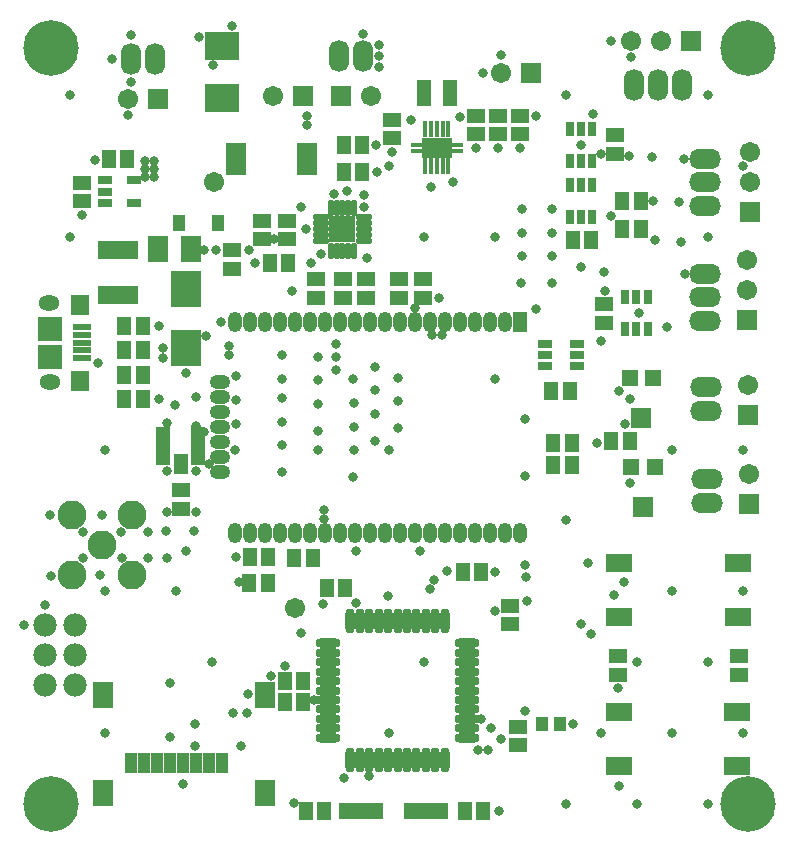
<source format=gts>
G04*
G04 #@! TF.GenerationSoftware,Altium Limited,Altium Designer,18.1.9 (240)*
G04*
G04 Layer_Color=8388736*
%FSLAX44Y44*%
%MOMM*%
G71*
G01*
G75*
%ADD16R,1.2032X1.5032*%
%ADD17C,1.7032*%
%ADD18R,1.2532X3.2032*%
%ADD19R,1.2532X1.7032*%
%ADD20R,1.7032X2.7032*%
%ADD21R,1.2032X2.2032*%
%ADD22R,1.0632X1.1684*%
%ADD23R,2.3032X1.6032*%
%ADD24R,1.4032X0.4532*%
%ADD25R,2.6032X1.6932*%
%ADD26R,0.4532X1.4032*%
%ADD27O,0.5532X1.4032*%
%ADD28O,1.4032X0.5532*%
%ADD29R,2.2532X2.2532*%
%ADD30R,0.8032X1.2532*%
%ADD31O,1.7272X1.2192*%
%ADD32O,1.2192X1.7272*%
%ADD33R,1.2192X1.7272*%
%ADD34R,3.7032X1.4032*%
%ADD35O,2.1032X0.8032*%
%ADD36O,0.8032X2.1032*%
%ADD37R,1.1132X1.4232*%
%ADD38R,2.9462X2.3622*%
%ADD39R,1.0032X1.7032*%
%ADD40R,1.6532X2.2032*%
%ADD41R,1.8032X2.2032*%
%ADD42R,3.5032X1.6032*%
%ADD43R,2.1032X2.1032*%
%ADD44R,1.6032X1.8032*%
%ADD45R,1.5532X0.6032*%
%ADD46R,1.8032X1.7032*%
%ADD47R,1.4032X1.4032*%
%ADD48R,1.6032X1.3032*%
%ADD49R,2.6532X3.0532*%
%ADD50R,1.1532X0.7532*%
%ADD51R,1.2532X0.8032*%
%ADD52R,1.5032X1.2032*%
%ADD53R,1.3032X1.6032*%
%ADD54C,4.7032*%
%ADD55C,1.9812*%
%ADD56O,1.7032X2.7032*%
%ADD57C,2.4652*%
%ADD58O,1.8032X1.3032*%
%ADD59O,2.7032X1.7032*%
%ADD60R,1.7032X1.7032*%
%ADD61R,1.7032X1.7032*%
%ADD62C,0.8132*%
%ADD63C,0.8032*%
D16*
X504000Y337000D02*
D03*
X520000D02*
D03*
X91892Y372500D02*
D03*
X107892D02*
D03*
X471232Y316920D02*
D03*
X455232D02*
D03*
X455232Y335920D02*
D03*
X471232D02*
D03*
X529500Y540592D02*
D03*
X513500D02*
D03*
X513500Y516683D02*
D03*
X529500D02*
D03*
X453460Y380000D02*
D03*
X469460D02*
D03*
X214000Y217000D02*
D03*
X198000D02*
D03*
X236000Y238000D02*
D03*
X252000D02*
D03*
X91892Y434500D02*
D03*
X107892D02*
D03*
X107892Y393500D02*
D03*
X91892D02*
D03*
X108079Y414050D02*
D03*
X92079D02*
D03*
D17*
X237000Y196000D02*
D03*
X168000Y556545D02*
D03*
X546400Y676000D02*
D03*
X521000D02*
D03*
X620000Y384400D02*
D03*
X301298Y629000D02*
D03*
X411000Y649000D02*
D03*
X218028Y629000D02*
D03*
X95000Y627000D02*
D03*
X621390Y309400D02*
D03*
X619000Y465500D02*
D03*
Y490900D02*
D03*
X621500Y556372D02*
D03*
Y581772D02*
D03*
D18*
X154802Y333000D02*
D03*
X125302D02*
D03*
D19*
X140052Y317750D02*
D03*
D20*
X186838Y575683D02*
D03*
X246838D02*
D03*
D21*
X367568Y631546D02*
D03*
X345568Y631545D02*
D03*
D22*
X446000Y97500D02*
D03*
X461000D02*
D03*
D23*
X611220Y108220D02*
D03*
Y62500D02*
D03*
X510890D02*
D03*
Y108220D02*
D03*
X611390Y234330D02*
D03*
Y188610D02*
D03*
X511060D02*
D03*
Y234330D02*
D03*
D24*
X341328Y587925D02*
D03*
Y582925D02*
D03*
X371808Y587925D02*
D03*
Y582925D02*
D03*
D25*
X356568Y585545D02*
D03*
D26*
X346568Y570045D02*
D03*
X351568D02*
D03*
X356568D02*
D03*
X361568D02*
D03*
X366568D02*
D03*
X346568Y601045D02*
D03*
X351568D02*
D03*
X356568D02*
D03*
X361568D02*
D03*
X366568D02*
D03*
D27*
X266838Y534933D02*
D03*
X271838D02*
D03*
X276838D02*
D03*
X281838D02*
D03*
X286838D02*
D03*
Y498433D02*
D03*
X281838D02*
D03*
X276838D02*
D03*
X271838D02*
D03*
X266838D02*
D03*
D28*
X295088Y526683D02*
D03*
Y521683D02*
D03*
Y516683D02*
D03*
Y511683D02*
D03*
Y506683D02*
D03*
X258588D02*
D03*
Y511683D02*
D03*
Y516683D02*
D03*
Y521683D02*
D03*
Y526683D02*
D03*
D29*
X276838Y516683D02*
D03*
D30*
X469500Y574574D02*
D03*
X479000D02*
D03*
X488500D02*
D03*
X469500Y601574D02*
D03*
X479000D02*
D03*
X488500D02*
D03*
Y554074D02*
D03*
X479000D02*
D03*
X469500D02*
D03*
X488500Y527074D02*
D03*
X479000D02*
D03*
X469500D02*
D03*
X535205Y459092D02*
D03*
X525705D02*
D03*
X516205D02*
D03*
X535205Y432092D02*
D03*
X525705D02*
D03*
X516205D02*
D03*
D31*
X173052Y387180D02*
D03*
Y374480D02*
D03*
Y361780D02*
D03*
Y349080D02*
D03*
Y336380D02*
D03*
Y323680D02*
D03*
Y310980D02*
D03*
D32*
X186002Y259780D02*
D03*
X198702D02*
D03*
X211402D02*
D03*
X224102D02*
D03*
X236802D02*
D03*
X249502D02*
D03*
X262202D02*
D03*
X274902D02*
D03*
X287602D02*
D03*
X300302D02*
D03*
X313002D02*
D03*
X325702D02*
D03*
X338402D02*
D03*
X351102D02*
D03*
X363802D02*
D03*
X376502D02*
D03*
X389202D02*
D03*
X401902D02*
D03*
X414602D02*
D03*
X427302D02*
D03*
X186002Y437780D02*
D03*
X198702D02*
D03*
X211402D02*
D03*
X224102D02*
D03*
X236802D02*
D03*
X249502D02*
D03*
X262202D02*
D03*
X274902D02*
D03*
X287602D02*
D03*
X300302D02*
D03*
X313002D02*
D03*
X325702D02*
D03*
X338402D02*
D03*
X351102D02*
D03*
X363802D02*
D03*
X376502D02*
D03*
X389202D02*
D03*
X401902D02*
D03*
X414602D02*
D03*
D33*
X427302D02*
D03*
D34*
X292500Y24000D02*
D03*
X347500D02*
D03*
D35*
X265000Y166000D02*
D03*
Y158000D02*
D03*
Y150000D02*
D03*
Y142000D02*
D03*
Y134000D02*
D03*
Y126000D02*
D03*
Y118000D02*
D03*
Y110000D02*
D03*
Y102000D02*
D03*
Y94000D02*
D03*
Y86000D02*
D03*
X382000D02*
D03*
Y94000D02*
D03*
Y102000D02*
D03*
Y110000D02*
D03*
Y118000D02*
D03*
Y126000D02*
D03*
Y134000D02*
D03*
Y142000D02*
D03*
Y150000D02*
D03*
Y158000D02*
D03*
Y166000D02*
D03*
D36*
X283500Y67500D02*
D03*
X291500D02*
D03*
X299500D02*
D03*
X307500D02*
D03*
X315500D02*
D03*
X323500D02*
D03*
X331500D02*
D03*
X339500D02*
D03*
X347500D02*
D03*
X355500D02*
D03*
X363500D02*
D03*
Y184500D02*
D03*
X355500D02*
D03*
X347500D02*
D03*
X339500D02*
D03*
X331500D02*
D03*
X323500D02*
D03*
X315500D02*
D03*
X307500D02*
D03*
X299500D02*
D03*
X291500D02*
D03*
X283500D02*
D03*
D37*
X138488Y521913D02*
D03*
X171188D02*
D03*
D38*
X174838Y672100D02*
D03*
Y627900D02*
D03*
D39*
X97660Y65000D02*
D03*
X108660D02*
D03*
X119660D02*
D03*
X130660D02*
D03*
X141660D02*
D03*
X152660D02*
D03*
X163660D02*
D03*
X174660D02*
D03*
D40*
X211360Y39000D02*
D03*
X73860D02*
D03*
X211360Y122000D02*
D03*
X73860D02*
D03*
D41*
X120773Y499500D02*
D03*
X148773D02*
D03*
D42*
X86670Y461000D02*
D03*
Y499000D02*
D03*
D43*
X29250Y408500D02*
D03*
Y432500D02*
D03*
D44*
X54250Y452500D02*
D03*
Y388500D02*
D03*
D45*
X56000Y433500D02*
D03*
Y407500D02*
D03*
Y414000D02*
D03*
Y427000D02*
D03*
Y420500D02*
D03*
D46*
X530000Y357000D02*
D03*
X531390Y281500D02*
D03*
D47*
X540000Y390500D02*
D03*
X520000D02*
D03*
X541390Y315000D02*
D03*
X521390D02*
D03*
D48*
X56000Y555481D02*
D03*
Y540481D02*
D03*
X425500Y95000D02*
D03*
Y80000D02*
D03*
X427568Y612045D02*
D03*
Y597045D02*
D03*
X408568Y612045D02*
D03*
Y597045D02*
D03*
X389568Y612045D02*
D03*
Y597045D02*
D03*
X318568Y609045D02*
D03*
Y594045D02*
D03*
X209000Y523378D02*
D03*
Y508378D02*
D03*
X230000Y523378D02*
D03*
Y508378D02*
D03*
D49*
X144290Y416250D02*
D03*
Y465750D02*
D03*
D50*
X100078Y557866D02*
D03*
Y538866D02*
D03*
X76078D02*
D03*
Y548366D02*
D03*
Y557866D02*
D03*
D51*
X448460Y419500D02*
D03*
Y410000D02*
D03*
Y400500D02*
D03*
X475460Y419500D02*
D03*
Y410000D02*
D03*
Y400500D02*
D03*
D52*
X344838Y458683D02*
D03*
Y474683D02*
D03*
X508000Y580074D02*
D03*
Y596074D02*
D03*
X498625Y453592D02*
D03*
Y437592D02*
D03*
X418500Y198000D02*
D03*
Y182000D02*
D03*
X510390Y139000D02*
D03*
Y155000D02*
D03*
X612390Y139000D02*
D03*
Y155000D02*
D03*
X324838Y474683D02*
D03*
Y458683D02*
D03*
X296838Y458683D02*
D03*
Y474683D02*
D03*
X254838Y474683D02*
D03*
Y458683D02*
D03*
X277338Y458683D02*
D03*
Y474683D02*
D03*
X139892Y280000D02*
D03*
Y296000D02*
D03*
X183000Y499092D02*
D03*
Y483092D02*
D03*
D53*
X94578Y575683D02*
D03*
X79578D02*
D03*
X380523Y24000D02*
D03*
X395523D02*
D03*
X261293Y24000D02*
D03*
X246293D02*
D03*
X243500Y116000D02*
D03*
X228500D02*
D03*
X243500Y134000D02*
D03*
X228500D02*
D03*
X278838Y213000D02*
D03*
X263838D02*
D03*
X379000Y226500D02*
D03*
X394000D02*
D03*
X213702Y239000D02*
D03*
X198702D02*
D03*
X487000Y507074D02*
D03*
X472000D02*
D03*
X230338Y487683D02*
D03*
X215338D02*
D03*
X278500Y588092D02*
D03*
X293500D02*
D03*
X278500Y565454D02*
D03*
X293500D02*
D03*
D54*
X620000Y670000D02*
D03*
X30000D02*
D03*
X620000Y30000D02*
D03*
X29892Y30000D02*
D03*
D55*
X50400Y130546D02*
D03*
X25000D02*
D03*
X50400Y155946D02*
D03*
X25000D02*
D03*
X50400Y181346D02*
D03*
X25000D02*
D03*
D56*
X98000Y661000D02*
D03*
X118000D02*
D03*
X564001Y639000D02*
D03*
X544001D02*
D03*
X524001D02*
D03*
X274000Y663000D02*
D03*
X294000D02*
D03*
D57*
X47654Y274400D02*
D03*
Y223600D02*
D03*
X98454D02*
D03*
Y274400D02*
D03*
X73054Y249000D02*
D03*
D58*
X29250Y387250D02*
D03*
X28750Y453750D02*
D03*
D59*
X585000Y363000D02*
D03*
Y383000D02*
D03*
X585390Y285000D02*
D03*
Y305000D02*
D03*
X584000Y438872D02*
D03*
Y458872D02*
D03*
Y478872D02*
D03*
Y536372D02*
D03*
Y556372D02*
D03*
Y576372D02*
D03*
D60*
X571800Y676000D02*
D03*
X275898Y629000D02*
D03*
X436400Y649000D02*
D03*
X243428Y629000D02*
D03*
X120400Y627000D02*
D03*
D61*
X620000Y359000D02*
D03*
X621390Y284000D02*
D03*
X619000Y440100D02*
D03*
X621500Y530972D02*
D03*
D62*
X492000Y335773D02*
D03*
X515946Y352000D02*
D03*
X189002Y218000D02*
D03*
X183000Y689000D02*
D03*
X155000Y679420D02*
D03*
X427568Y585175D02*
D03*
X408568D02*
D03*
X389568D02*
D03*
X305791Y565454D02*
D03*
X305585Y587925D02*
D03*
X318568Y581642D02*
D03*
X528000Y446000D02*
D03*
X499000Y464683D02*
D03*
X174120Y438000D02*
D03*
X358402Y458683D02*
D03*
X338402Y449512D02*
D03*
X71500Y223600D02*
D03*
X73000Y274400D02*
D03*
X29250D02*
D03*
X29892Y223146D02*
D03*
X25000Y198336D02*
D03*
X7000Y181346D02*
D03*
X409697Y24000D02*
D03*
X235719Y31000D02*
D03*
X510780Y45000D02*
D03*
X567000Y479000D02*
D03*
X566000Y576372D02*
D03*
X504000Y676000D02*
D03*
X521000Y662000D02*
D03*
X411000Y664270D02*
D03*
X396000Y649000D02*
D03*
X307500Y672149D02*
D03*
Y654187D02*
D03*
X294406Y682000D02*
D03*
X307500Y663000D02*
D03*
X167374Y655520D02*
D03*
X98000Y681000D02*
D03*
X82000Y661000D02*
D03*
X98000Y641483D02*
D03*
X95000Y613315D02*
D03*
X67697Y575454D02*
D03*
X56000Y528338D02*
D03*
X411500Y85000D02*
D03*
X406000Y193708D02*
D03*
X405977Y226348D02*
D03*
X260000Y199270D02*
D03*
X216000Y138313D02*
D03*
X228500Y147000D02*
D03*
X510243Y128000D02*
D03*
X471750Y98000D02*
D03*
X539500Y540592D02*
D03*
X299500Y54000D02*
D03*
X191000Y79000D02*
D03*
X131000Y132000D02*
D03*
X130660Y87063D02*
D03*
X253000Y118000D02*
D03*
X196000Y107000D02*
D03*
X142000Y47000D02*
D03*
X430999Y355999D02*
D03*
X287992Y244138D02*
D03*
X400000Y76000D02*
D03*
X391900D02*
D03*
X287992Y199992D02*
D03*
X394000Y102000D02*
D03*
X361000Y427000D02*
D03*
X352900D02*
D03*
X552000Y434000D02*
D03*
X117256Y574624D02*
D03*
Y560433D02*
D03*
Y567529D02*
D03*
X110000D02*
D03*
Y560433D02*
D03*
Y574624D02*
D03*
X403000Y94000D02*
D03*
X125008Y415831D02*
D03*
Y407731D02*
D03*
X181000Y418100D02*
D03*
Y410000D02*
D03*
X489000Y614000D02*
D03*
X479000Y182763D02*
D03*
X520000Y372500D02*
D03*
X507000Y207000D02*
D03*
X515000Y218000D02*
D03*
X485000Y234000D02*
D03*
X495999Y421999D02*
D03*
X487000Y174000D02*
D03*
X520000Y302000D02*
D03*
X433000Y202000D02*
D03*
X315000Y206000D02*
D03*
X342440Y244138D02*
D03*
X365000Y227000D02*
D03*
X353999Y219999D02*
D03*
X351102Y211607D02*
D03*
X431000Y308000D02*
D03*
X504000Y528000D02*
D03*
X431000Y232000D02*
D03*
X432000Y222000D02*
D03*
X151662Y98000D02*
D03*
X151592Y79000D02*
D03*
X335000Y609092D02*
D03*
D63*
X636023Y679454D02*
D03*
X629454Y653977D02*
D03*
X603977Y660546D02*
D03*
X610546Y686023D02*
D03*
X639125Y670000D02*
D03*
X620000Y650875D02*
D03*
X600875Y670000D02*
D03*
X636023Y660000D02*
D03*
X610000Y653977D02*
D03*
X603977Y680000D02*
D03*
X630000Y686023D02*
D03*
X620000Y689125D02*
D03*
X46023Y679454D02*
D03*
X39454Y653977D02*
D03*
X13977Y660546D02*
D03*
X20546Y686023D02*
D03*
X49125Y670000D02*
D03*
X30000Y650875D02*
D03*
X10875Y670000D02*
D03*
X46023Y660000D02*
D03*
X20000Y653977D02*
D03*
X13977Y680000D02*
D03*
X40000Y686023D02*
D03*
X30000Y689125D02*
D03*
X636023Y39454D02*
D03*
X629454Y13977D02*
D03*
X603977Y20546D02*
D03*
X610546Y46023D02*
D03*
X639125Y30000D02*
D03*
X620000Y10875D02*
D03*
X600875Y30000D02*
D03*
X636023Y20000D02*
D03*
X610000Y13977D02*
D03*
X603977Y40000D02*
D03*
X630000Y46023D02*
D03*
X620000Y49125D02*
D03*
X29892Y49125D02*
D03*
X39892Y46023D02*
D03*
X13869Y40000D02*
D03*
X19892Y13977D02*
D03*
X45915Y20000D02*
D03*
X10767Y30000D02*
D03*
X29892Y10875D02*
D03*
X49017Y30000D02*
D03*
X20438Y46023D02*
D03*
X13869Y20546D02*
D03*
X39346Y13977D02*
D03*
X45915Y39454D02*
D03*
X363568Y585545D02*
D03*
X349568D02*
D03*
X282338Y522183D02*
D03*
Y511183D02*
D03*
X271338D02*
D03*
Y522183D02*
D03*
X496000Y580000D02*
D03*
X519714Y579000D02*
D03*
X539210Y578000D02*
D03*
X562200Y540000D02*
D03*
X563123Y506000D02*
D03*
X541390Y507116D02*
D03*
X498000Y480142D02*
D03*
X479000Y485000D02*
D03*
X454250Y533790D02*
D03*
Y513790D02*
D03*
Y493790D02*
D03*
X454000Y471000D02*
D03*
X428674Y533790D02*
D03*
Y513790D02*
D03*
Y493790D02*
D03*
X428424Y471000D02*
D03*
X226000Y410000D02*
D03*
X324250Y390994D02*
D03*
Y370994D02*
D03*
X324000Y348204D02*
D03*
X304250Y400124D02*
D03*
Y380124D02*
D03*
Y360124D02*
D03*
X304000Y337334D02*
D03*
X286250Y369547D02*
D03*
Y349547D02*
D03*
Y329547D02*
D03*
X286000Y306757D02*
D03*
X256461Y408790D02*
D03*
Y388790D02*
D03*
Y368790D02*
D03*
X256211Y346000D02*
D03*
X226034Y373770D02*
D03*
Y353770D02*
D03*
Y333770D02*
D03*
X225784Y310980D02*
D03*
X586000Y630000D02*
D03*
X616000Y570000D02*
D03*
X586000Y510000D02*
D03*
X616000Y330000D02*
D03*
Y210000D02*
D03*
X586000Y150000D02*
D03*
X616000Y90000D02*
D03*
X586000Y30000D02*
D03*
X556000Y330000D02*
D03*
Y210000D02*
D03*
X526000Y150000D02*
D03*
X556000Y90000D02*
D03*
X526000Y30000D02*
D03*
X466000Y630000D02*
D03*
Y270000D02*
D03*
X496000Y90000D02*
D03*
X466000Y30000D02*
D03*
X406000Y510000D02*
D03*
Y390000D02*
D03*
X346000Y510000D02*
D03*
Y150000D02*
D03*
X316000Y570000D02*
D03*
X286000Y390000D02*
D03*
X316000Y330000D02*
D03*
Y90000D02*
D03*
X226000Y390000D02*
D03*
X256000Y330000D02*
D03*
X166000Y150000D02*
D03*
X136000Y210000D02*
D03*
X46000Y630000D02*
D03*
Y510000D02*
D03*
X76000Y330000D02*
D03*
Y210000D02*
D03*
Y90000D02*
D03*
X46000Y30000D02*
D03*
X144290Y395000D02*
D03*
X161558Y426000D02*
D03*
X203067Y487683D02*
D03*
X198000Y499159D02*
D03*
X234000Y464683D02*
D03*
X258588Y495255D02*
D03*
X298000Y492000D02*
D03*
X295000Y545712D02*
D03*
X295088Y535324D02*
D03*
X479000Y587545D02*
D03*
X510869Y379609D02*
D03*
X196593Y123000D02*
D03*
X186991Y238989D02*
D03*
X159629Y499000D02*
D03*
X169827D02*
D03*
X269838Y546683D02*
D03*
X219000Y508183D02*
D03*
X159825Y345000D02*
D03*
X186302Y329240D02*
D03*
X278500Y52000D02*
D03*
X184000Y107000D02*
D03*
X242000Y175000D02*
D03*
X152862Y277000D02*
D03*
X441000Y449000D02*
D03*
X271399Y397000D02*
D03*
X271392Y408500D02*
D03*
X261392Y271000D02*
D03*
X247000Y605000D02*
D03*
Y612045D02*
D03*
X121500Y372500D02*
D03*
Y434500D02*
D03*
X69500Y403500D02*
D03*
X250000Y488000D02*
D03*
X431000Y109000D02*
D03*
X57324Y238000D02*
D03*
Y260000D02*
D03*
X89554D02*
D03*
X89892Y238000D02*
D03*
X112384D02*
D03*
Y260000D02*
D03*
X127776Y261116D02*
D03*
X128162Y238237D02*
D03*
X144000Y243922D02*
D03*
X151000Y261116D02*
D03*
X127892Y277000D02*
D03*
X441000Y612045D02*
D03*
X241838Y535683D02*
D03*
X245838Y516683D02*
D03*
X152862Y312030D02*
D03*
Y350020D02*
D03*
X280495Y549247D02*
D03*
X127892Y352500D02*
D03*
X135392Y367500D02*
D03*
X261392Y279000D02*
D03*
X271392Y419000D02*
D03*
X376568Y611546D02*
D03*
X370568Y556545D02*
D03*
X352068Y552046D02*
D03*
X163552Y317780D02*
D03*
X152892Y374480D02*
D03*
X186552Y352030D02*
D03*
Y372030D02*
D03*
Y392030D02*
D03*
X127892Y312030D02*
D03*
M02*

</source>
